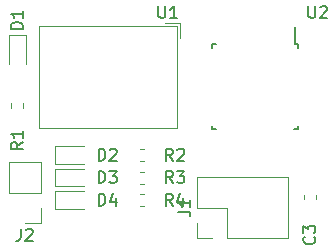
<source format=gbr>
%TF.GenerationSoftware,KiCad,Pcbnew,5.1.6-c6e7f7d~87~ubuntu18.04.1*%
%TF.CreationDate,2020-10-05T23:43:03-04:00*%
%TF.ProjectId,DemoKiCad,44656d6f-4b69-4436-9164-2e6b69636164,rev?*%
%TF.SameCoordinates,Original*%
%TF.FileFunction,Legend,Top*%
%TF.FilePolarity,Positive*%
%FSLAX46Y46*%
G04 Gerber Fmt 4.6, Leading zero omitted, Abs format (unit mm)*
G04 Created by KiCad (PCBNEW 5.1.6-c6e7f7d~87~ubuntu18.04.1) date 2020-10-05 23:43:03*
%MOMM*%
%LPD*%
G01*
G04 APERTURE LIST*
%ADD10C,0.120000*%
%ADD11C,0.150000*%
G04 APERTURE END LIST*
D10*
%TO.C,J2*%
X104835000Y-73720000D02*
X103505000Y-73720000D01*
X104835000Y-72390000D02*
X104835000Y-73720000D01*
X104835000Y-71120000D02*
X102175000Y-71120000D01*
X102175000Y-71120000D02*
X102175000Y-68520000D01*
X104835000Y-71120000D02*
X104835000Y-68520000D01*
X104835000Y-68520000D02*
X102175000Y-68520000D01*
D11*
%TO.C,U2*%
X126380000Y-58510000D02*
X126380000Y-57085000D01*
X126605000Y-65760000D02*
X126605000Y-65435000D01*
X119355000Y-65760000D02*
X119355000Y-65435000D01*
X119355000Y-58510000D02*
X119355000Y-58835000D01*
X126605000Y-58510000D02*
X126605000Y-58835000D01*
X119355000Y-58510000D02*
X119680000Y-58510000D01*
X119355000Y-65760000D02*
X119680000Y-65760000D01*
X126605000Y-65760000D02*
X126280000Y-65760000D01*
X126605000Y-58510000D02*
X126380000Y-58510000D01*
D10*
%TO.C,U1*%
X116641000Y-56755000D02*
X115401000Y-56755000D01*
X116641000Y-57995000D02*
X116641000Y-56755000D01*
X104680000Y-65615000D02*
X104680000Y-56995000D01*
X116401000Y-65615000D02*
X116401000Y-56995000D01*
X116401000Y-56995000D02*
X104680000Y-56995000D01*
X116401000Y-65615000D02*
X104680000Y-65615000D01*
%TO.C,R4*%
X113253733Y-72265000D02*
X113596267Y-72265000D01*
X113253733Y-71245000D02*
X113596267Y-71245000D01*
%TO.C,R3*%
X113253733Y-70360000D02*
X113596267Y-70360000D01*
X113253733Y-69340000D02*
X113596267Y-69340000D01*
%TO.C,R2*%
X113253733Y-68455000D02*
X113596267Y-68455000D01*
X113253733Y-67435000D02*
X113596267Y-67435000D01*
%TO.C,R1*%
X102360000Y-63568733D02*
X102360000Y-63911267D01*
X103380000Y-63568733D02*
X103380000Y-63911267D01*
%TO.C,J1*%
X118050000Y-74990000D02*
X118050000Y-73660000D01*
X119380000Y-74990000D02*
X118050000Y-74990000D01*
X118050000Y-72390000D02*
X118050000Y-69790000D01*
X120650000Y-72390000D02*
X118050000Y-72390000D01*
X120650000Y-74990000D02*
X120650000Y-72390000D01*
X118050000Y-69790000D02*
X125790000Y-69790000D01*
X120650000Y-74990000D02*
X125790000Y-74990000D01*
X125790000Y-74990000D02*
X125790000Y-69790000D01*
%TO.C,D4*%
X106050000Y-72490000D02*
X108510000Y-72490000D01*
X106050000Y-71020000D02*
X106050000Y-72490000D01*
X108510000Y-71020000D02*
X106050000Y-71020000D01*
%TO.C,D3*%
X106050000Y-70585000D02*
X108510000Y-70585000D01*
X106050000Y-69115000D02*
X106050000Y-70585000D01*
X108510000Y-69115000D02*
X106050000Y-69115000D01*
%TO.C,D2*%
X106050000Y-68680000D02*
X108510000Y-68680000D01*
X106050000Y-67210000D02*
X106050000Y-68680000D01*
X108510000Y-67210000D02*
X106050000Y-67210000D01*
%TO.C,D1*%
X102135000Y-57790000D02*
X102135000Y-60250000D01*
X103605000Y-57790000D02*
X102135000Y-57790000D01*
X103605000Y-60250000D02*
X103605000Y-57790000D01*
%TO.C,C3*%
X127125000Y-71343733D02*
X127125000Y-71686267D01*
X128145000Y-71343733D02*
X128145000Y-71686267D01*
%TO.C,J2*%
D11*
X103171666Y-74172380D02*
X103171666Y-74886666D01*
X103124047Y-75029523D01*
X103028809Y-75124761D01*
X102885952Y-75172380D01*
X102790714Y-75172380D01*
X103600238Y-74267619D02*
X103647857Y-74220000D01*
X103743095Y-74172380D01*
X103981190Y-74172380D01*
X104076428Y-74220000D01*
X104124047Y-74267619D01*
X104171666Y-74362857D01*
X104171666Y-74458095D01*
X104124047Y-74600952D01*
X103552619Y-75172380D01*
X104171666Y-75172380D01*
%TO.C,U2*%
X127508095Y-55332380D02*
X127508095Y-56141904D01*
X127555714Y-56237142D01*
X127603333Y-56284761D01*
X127698571Y-56332380D01*
X127889047Y-56332380D01*
X127984285Y-56284761D01*
X128031904Y-56237142D01*
X128079523Y-56141904D01*
X128079523Y-55332380D01*
X128508095Y-55427619D02*
X128555714Y-55380000D01*
X128650952Y-55332380D01*
X128889047Y-55332380D01*
X128984285Y-55380000D01*
X129031904Y-55427619D01*
X129079523Y-55522857D01*
X129079523Y-55618095D01*
X129031904Y-55760952D01*
X128460476Y-56332380D01*
X129079523Y-56332380D01*
%TO.C,U1*%
X114808095Y-55332380D02*
X114808095Y-56141904D01*
X114855714Y-56237142D01*
X114903333Y-56284761D01*
X114998571Y-56332380D01*
X115189047Y-56332380D01*
X115284285Y-56284761D01*
X115331904Y-56237142D01*
X115379523Y-56141904D01*
X115379523Y-55332380D01*
X116379523Y-56332380D02*
X115808095Y-56332380D01*
X116093809Y-56332380D02*
X116093809Y-55332380D01*
X115998571Y-55475238D01*
X115903333Y-55570476D01*
X115808095Y-55618095D01*
%TO.C,R4*%
X116038333Y-72207380D02*
X115705000Y-71731190D01*
X115466904Y-72207380D02*
X115466904Y-71207380D01*
X115847857Y-71207380D01*
X115943095Y-71255000D01*
X115990714Y-71302619D01*
X116038333Y-71397857D01*
X116038333Y-71540714D01*
X115990714Y-71635952D01*
X115943095Y-71683571D01*
X115847857Y-71731190D01*
X115466904Y-71731190D01*
X116895476Y-71540714D02*
X116895476Y-72207380D01*
X116657380Y-71159761D02*
X116419285Y-71874047D01*
X117038333Y-71874047D01*
%TO.C,R3*%
X116038333Y-70302380D02*
X115705000Y-69826190D01*
X115466904Y-70302380D02*
X115466904Y-69302380D01*
X115847857Y-69302380D01*
X115943095Y-69350000D01*
X115990714Y-69397619D01*
X116038333Y-69492857D01*
X116038333Y-69635714D01*
X115990714Y-69730952D01*
X115943095Y-69778571D01*
X115847857Y-69826190D01*
X115466904Y-69826190D01*
X116371666Y-69302380D02*
X116990714Y-69302380D01*
X116657380Y-69683333D01*
X116800238Y-69683333D01*
X116895476Y-69730952D01*
X116943095Y-69778571D01*
X116990714Y-69873809D01*
X116990714Y-70111904D01*
X116943095Y-70207142D01*
X116895476Y-70254761D01*
X116800238Y-70302380D01*
X116514523Y-70302380D01*
X116419285Y-70254761D01*
X116371666Y-70207142D01*
%TO.C,R2*%
X116038333Y-68397380D02*
X115705000Y-67921190D01*
X115466904Y-68397380D02*
X115466904Y-67397380D01*
X115847857Y-67397380D01*
X115943095Y-67445000D01*
X115990714Y-67492619D01*
X116038333Y-67587857D01*
X116038333Y-67730714D01*
X115990714Y-67825952D01*
X115943095Y-67873571D01*
X115847857Y-67921190D01*
X115466904Y-67921190D01*
X116419285Y-67492619D02*
X116466904Y-67445000D01*
X116562142Y-67397380D01*
X116800238Y-67397380D01*
X116895476Y-67445000D01*
X116943095Y-67492619D01*
X116990714Y-67587857D01*
X116990714Y-67683095D01*
X116943095Y-67825952D01*
X116371666Y-68397380D01*
X116990714Y-68397380D01*
%TO.C,R1*%
X103322380Y-66841666D02*
X102846190Y-67175000D01*
X103322380Y-67413095D02*
X102322380Y-67413095D01*
X102322380Y-67032142D01*
X102370000Y-66936904D01*
X102417619Y-66889285D01*
X102512857Y-66841666D01*
X102655714Y-66841666D01*
X102750952Y-66889285D01*
X102798571Y-66936904D01*
X102846190Y-67032142D01*
X102846190Y-67413095D01*
X103322380Y-65889285D02*
X103322380Y-66460714D01*
X103322380Y-66175000D02*
X102322380Y-66175000D01*
X102465238Y-66270238D01*
X102560476Y-66365476D01*
X102608095Y-66460714D01*
%TO.C,J1*%
X116502380Y-72723333D02*
X117216666Y-72723333D01*
X117359523Y-72770952D01*
X117454761Y-72866190D01*
X117502380Y-73009047D01*
X117502380Y-73104285D01*
X117502380Y-71723333D02*
X117502380Y-72294761D01*
X117502380Y-72009047D02*
X116502380Y-72009047D01*
X116645238Y-72104285D01*
X116740476Y-72199523D01*
X116788095Y-72294761D01*
%TO.C,D4*%
X109751904Y-72207380D02*
X109751904Y-71207380D01*
X109990000Y-71207380D01*
X110132857Y-71255000D01*
X110228095Y-71350238D01*
X110275714Y-71445476D01*
X110323333Y-71635952D01*
X110323333Y-71778809D01*
X110275714Y-71969285D01*
X110228095Y-72064523D01*
X110132857Y-72159761D01*
X109990000Y-72207380D01*
X109751904Y-72207380D01*
X111180476Y-71540714D02*
X111180476Y-72207380D01*
X110942380Y-71159761D02*
X110704285Y-71874047D01*
X111323333Y-71874047D01*
%TO.C,D3*%
X109751904Y-70302380D02*
X109751904Y-69302380D01*
X109990000Y-69302380D01*
X110132857Y-69350000D01*
X110228095Y-69445238D01*
X110275714Y-69540476D01*
X110323333Y-69730952D01*
X110323333Y-69873809D01*
X110275714Y-70064285D01*
X110228095Y-70159523D01*
X110132857Y-70254761D01*
X109990000Y-70302380D01*
X109751904Y-70302380D01*
X110656666Y-69302380D02*
X111275714Y-69302380D01*
X110942380Y-69683333D01*
X111085238Y-69683333D01*
X111180476Y-69730952D01*
X111228095Y-69778571D01*
X111275714Y-69873809D01*
X111275714Y-70111904D01*
X111228095Y-70207142D01*
X111180476Y-70254761D01*
X111085238Y-70302380D01*
X110799523Y-70302380D01*
X110704285Y-70254761D01*
X110656666Y-70207142D01*
%TO.C,D2*%
X109751904Y-68397380D02*
X109751904Y-67397380D01*
X109990000Y-67397380D01*
X110132857Y-67445000D01*
X110228095Y-67540238D01*
X110275714Y-67635476D01*
X110323333Y-67825952D01*
X110323333Y-67968809D01*
X110275714Y-68159285D01*
X110228095Y-68254523D01*
X110132857Y-68349761D01*
X109990000Y-68397380D01*
X109751904Y-68397380D01*
X110704285Y-67492619D02*
X110751904Y-67445000D01*
X110847142Y-67397380D01*
X111085238Y-67397380D01*
X111180476Y-67445000D01*
X111228095Y-67492619D01*
X111275714Y-67587857D01*
X111275714Y-67683095D01*
X111228095Y-67825952D01*
X110656666Y-68397380D01*
X111275714Y-68397380D01*
%TO.C,D1*%
X103322380Y-57253095D02*
X102322380Y-57253095D01*
X102322380Y-57015000D01*
X102370000Y-56872142D01*
X102465238Y-56776904D01*
X102560476Y-56729285D01*
X102750952Y-56681666D01*
X102893809Y-56681666D01*
X103084285Y-56729285D01*
X103179523Y-56776904D01*
X103274761Y-56872142D01*
X103322380Y-57015000D01*
X103322380Y-57253095D01*
X103322380Y-55729285D02*
X103322380Y-56300714D01*
X103322380Y-56015000D02*
X102322380Y-56015000D01*
X102465238Y-56110238D01*
X102560476Y-56205476D01*
X102608095Y-56300714D01*
%TO.C,C3*%
X127992142Y-74856666D02*
X128039761Y-74904285D01*
X128087380Y-75047142D01*
X128087380Y-75142380D01*
X128039761Y-75285238D01*
X127944523Y-75380476D01*
X127849285Y-75428095D01*
X127658809Y-75475714D01*
X127515952Y-75475714D01*
X127325476Y-75428095D01*
X127230238Y-75380476D01*
X127135000Y-75285238D01*
X127087380Y-75142380D01*
X127087380Y-75047142D01*
X127135000Y-74904285D01*
X127182619Y-74856666D01*
X127087380Y-74523333D02*
X127087380Y-73904285D01*
X127468333Y-74237619D01*
X127468333Y-74094761D01*
X127515952Y-73999523D01*
X127563571Y-73951904D01*
X127658809Y-73904285D01*
X127896904Y-73904285D01*
X127992142Y-73951904D01*
X128039761Y-73999523D01*
X128087380Y-74094761D01*
X128087380Y-74380476D01*
X128039761Y-74475714D01*
X127992142Y-74523333D01*
%TD*%
M02*

</source>
